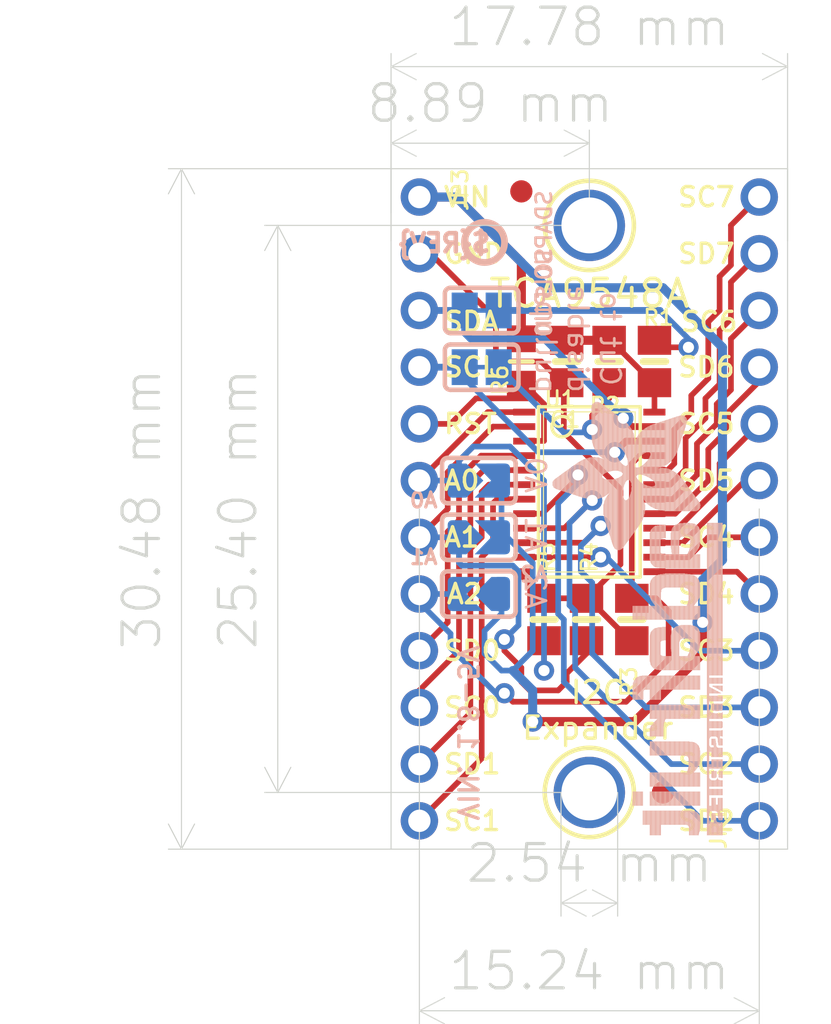
<source format=kicad_pcb>
(kicad_pcb (version 20221018) (generator pcbnew)
  (layers (0 "F.Cu" signal) (31 "B.Cu" signal) (34 "B.Paste" user) (35 "F.Paste" user) (36 "B.SilkS" user "B.Silkscreen") (37 "F.SilkS" user "F.Silkscreen") (38 "B.Mask" user) (39 "F.Mask" user) (44 "Edge.Cuts" user))
  (net 0 "")
  (net 1 "INPUTSDA")
  (net 2 "INPUTSCL")
  (net 3 "VCC")
  (net 4 "N$3")
  (net 5 "N$4")
  (net 6 "RESET")
  (net 7 "A2")
  (net 8 "A1")
  (net 9 "A0")
  (net 10 "GND")
  (net 11 "0SDA")
  (net 12 "0SCL")
  (net 13 "1SDA")
  (net 14 "1SCL")
  (net 15 "2SDA")
  (net 16 "2SCL")
  (net 17 "3SDA")
  (net 18 "3SCL")
  (net 19 "4SDA")
  (net 20 "4SCL")
  (net 21 "5SDA")
  (net 22 "5SCL")
  (net 23 "6SDA")
  (net 24 "6SCL")
  (net 25 "7SDA")
  (net 26 "7SCL")
  (footprint "working:_0805MP" (layer "F.Cu") (at 145.4531 98.3996 90)
    (fp_text reference "R6" (at -1.5875 -0.9525 90) (layer "F.SilkS") (effects (font (size 0.692831 0.692831) (thickness 0.119969)) (justify left)))
    (fp_text value "10K")
    (pad "1" smd rect (at -1.016 0 90) (size 1.2 1.3) (layers "F.Cu" "F.Paste" "F.Mask") (net 6 "RESET"))
    (pad "2" smd rect (at 1.016 0 90) (size 1.2 1.3) (layers "F.Cu" "F.Paste" "F.Mask") (net 3 "VCC"))
  )
  (footprint "working:0805-NO" (layer "F.Cu") (at 151.4221 98.3996 -90)
    (fp_text reference "R1" (at -1.9685 0.5715) (layer "F.SilkS") (effects (font (size 0.692831 0.692831) (thickness 0.119969)) (justify left)))
    (fp_text value "10K")
    (pad "1" smd rect (at -0.95 0 270) (size 1.3 1.5) (layers "F.Cu" "F.Paste" "F.Mask") (net 5 "N$4"))
    (pad "2" smd rect (at 0.95 0 270) (size 1.3 1.5) (layers "F.Cu" "F.Paste" "F.Mask") (net 3 "VCC"))
  )
  (footprint "working:1X12_ROUND" (layer "F.Cu") (at 156.1211 105.0036 90)
    (fp_text reference "JP1" (at -15.3162 -1.8288 90) (layer "F.SilkS") (effects (font (size 0.692831 0.692831) (thickness 0.119969)) (justify left)))
    (fp_text value "")
    (pad "1" thru_hole circle (at -13.97 0 180) (size 1.6764 1.6764) (drill 1) (layers "*.Cu" "*.Mask") (net 15 "2SDA"))
    (pad "2" thru_hole circle (at -11.43 0 180) (size 1.6764 1.6764) (drill 1) (layers "*.Cu" "*.Mask") (net 16 "2SCL"))
    (pad "3" thru_hole circle (at -8.89 0 180) (size 1.6764 1.6764) (drill 1) (layers "*.Cu" "*.Mask") (net 17 "3SDA"))
    (pad "4" thru_hole circle (at -6.35 0 180) (size 1.6764 1.6764) (drill 1) (layers "*.Cu" "*.Mask") (net 18 "3SCL"))
    (pad "5" thru_hole circle (at -3.81 0 180) (size 1.6764 1.6764) (drill 1) (layers "*.Cu" "*.Mask") (net 19 "4SDA"))
    (pad "6" thru_hole circle (at -1.27 0 180) (size 1.6764 1.6764) (drill 1) (layers "*.Cu" "*.Mask") (net 20 "4SCL"))
    (pad "7" thru_hole circle (at 1.27 0 180) (size 1.6764 1.6764) (drill 1) (layers "*.Cu" "*.Mask") (net 21 "5SDA"))
    (pad "8" thru_hole circle (at 3.81 0 180) (size 1.6764 1.6764) (drill 1) (layers "*.Cu" "*.Mask") (net 22 "5SCL"))
    (pad "9" thru_hole circle (at 6.35 0 180) (size 1.6764 1.6764) (drill 1) (layers "*.Cu" "*.Mask") (net 23 "6SDA"))
    (pad "10" thru_hole circle (at 8.89 0 180) (size 1.6764 1.6764) (drill 1) (layers "*.Cu" "*.Mask") (net 24 "6SCL"))
    (pad "11" thru_hole circle (at 11.43 0 180) (size 1.6764 1.6764) (drill 1) (layers "*.Cu" "*.Mask") (net 25 "7SDA"))
    (pad "12" thru_hole circle (at 13.97 0 180) (size 1.6764 1.6764) (drill 1) (layers "*.Cu" "*.Mask") (net 26 "7SCL"))
  )
  (footprint "working:TSSOP24" (layer "F.Cu") (at 148.5011 104.2416 -90)
    (fp_text reference "U1" (at -4.1656 2.0828) (layer "F.SilkS") (effects (font (size 0.692831 0.692831) (thickness 0.119969)) (justify left)))
    (fp_text value " TCA9548APWR")
    (pad "1" smd rect (at -3.575 2.9178 270) (size 0.3048 0.9906) (layers "F.Cu" "F.Paste" "F.Mask") (net 9 "A0"))
    (pad "2" smd rect (at -2.925 2.9178 270) (size 0.3048 0.9906) (layers "F.Cu" "F.Paste" "F.Mask") (net 8 "A1"))
    (pad "3" smd rect (at -2.275 2.9178 270) (size 0.3048 0.9906) (layers "F.Cu" "F.Paste" "F.Mask") (net 6 "RESET"))
    (pad "4" smd rect (at -1.625 2.9178 270) (size 0.3048 0.9906) (layers "F.Cu" "F.Paste" "F.Mask") (net 11 "0SDA"))
    (pad "5" smd rect (at -0.975 2.9178 270) (size 0.3048 0.9906) (layers "F.Cu" "F.Paste" "F.Mask") (net 12 "0SCL"))
    (pad "6" smd rect (at -0.325 2.9178 270) (size 0.3048 0.9906) (layers "F.Cu" "F.Paste" "F.Mask") (net 13 "1SDA"))
    (pad "7" smd rect (at 0.325 2.9178 270) (size 0.3048 0.9906) (layers "F.Cu" "F.Paste" "F.Mask") (net 14 "1SCL"))
    (pad "8" smd rect (at 0.975 2.9178 270) (size 0.3048 0.9906) (layers "F.Cu" "F.Paste" "F.Mask") (net 15 "2SDA"))
    (pad "9" smd rect (at 1.625 2.9178 270) (size 0.3048 0.9906) (layers "F.Cu" "F.Paste" "F.Mask") (net 16 "2SCL"))
    (pad "10" smd rect (at 2.275 2.9178 270) (size 0.3048 0.9906) (layers "F.Cu" "F.Paste" "F.Mask") (net 17 "3SDA"))
    (pad "11" smd rect (at 2.925 2.9178 270) (size 0.3048 0.9906) (layers "F.Cu" "F.Paste" "F.Mask") (net 18 "3SCL"))
    (pad "12" smd rect (at 3.575 2.9178 270) (size 0.3048 0.9906) (layers "F.Cu" "F.Paste" "F.Mask") (net 10 "GND"))
    (pad "13" smd rect (at 3.575 -2.9178 270) (size 0.3048 0.9906) (layers "F.Cu" "F.Paste" "F.Mask") (net 19 "4SDA"))
    (pad "14" smd rect (at 2.925 -2.9178 270) (size 0.3048 0.9906) (layers "F.Cu" "F.Paste" "F.Mask") (net 20 "4SCL"))
    (pad "15" smd rect (at 2.275 -2.9178 270) (size 0.3048 0.9906) (layers "F.Cu" "F.Paste" "F.Mask") (net 21 "5SDA"))
    (pad "16" smd rect (at 1.625 -2.9178 270) (size 0.3048 0.9906) (layers "F.Cu" "F.Paste" "F.Mask") (net 22 "5SCL"))
    (pad "17" smd rect (at 0.975 -2.9178 270) (size 0.3048 0.9906) (layers "F.Cu" "F.Paste" "F.Mask") (net 23 "6SDA"))
    (pad "18" smd rect (at 0.325 -2.9178 270) (size 0.3048 0.9906) (layers "F.Cu" "F.Paste" "F.Mask") (net 24 "6SCL"))
    (pad "19" smd rect (at -0.325 -2.9178 270) (size 0.3048 0.9906) (layers "F.Cu" "F.Paste" "F.Mask") (net 25 "7SDA"))
    (pad "20" smd rect (at -0.975 -2.9178 270) (size 0.3048 0.9906) (layers "F.Cu" "F.Paste" "F.Mask") (net 26 "7SCL"))
    (pad "21" smd rect (at -1.625 -2.9178 270) (size 0.3048 0.9906) (layers "F.Cu" "F.Paste" "F.Mask") (net 7 "A2"))
    (pad "22" smd rect (at -2.275 -2.9178 270) (size 0.3048 0.9906) (layers "F.Cu" "F.Paste" "F.Mask") (net 2 "INPUTSCL"))
    (pad "23" smd rect (at -2.925 -2.9178 270) (size 0.3048 0.9906) (layers "F.Cu" "F.Paste" "F.Mask") (net 1 "INPUTSDA"))
    (pad "24" smd rect (at -3.575 -2.9178 270) (size 0.3048 0.9906) (layers "F.Cu" "F.Paste" "F.Mask") (net 3 "VCC"))
  )
  (footprint "working:0805-NO" (layer "F.Cu") (at 149.3901 98.3996 90)
    (fp_text reference "R2" (at -1.9685 0.5715) (layer "F.SilkS") (effects (font (size 0.692831 0.692831) (thickness 0.119969)) (justify right)))
    (fp_text value "10K")
    (pad "1" smd rect (at -0.95 0 90) (size 1.3 1.5) (layers "F.Cu" "F.Paste" "F.Mask") (net 4 "N$3"))
    (pad "2" smd rect (at 0.95 0 90) (size 1.3 1.5) (layers "F.Cu" "F.Paste" "F.Mask") (net 3 "VCC"))
  )
  (footprint "working:0805-NO" (layer "F.Cu") (at 148.3741 109.9566 90)
    (fp_text reference "R4" (at 2.032 0.127 90) (layer "F.SilkS") (effects (font (size 0.692831 0.692831) (thickness 0.119969)) (justify left)))
    (fp_text value "10K")
    (pad "1" smd rect (at -0.95 0 90) (size 1.3 1.5) (layers "F.Cu" "F.Paste" "F.Mask") (net 8 "A1"))
    (pad "2" smd rect (at 0.95 0 90) (size 1.3 1.5) (layers "F.Cu" "F.Paste" "F.Mask") (net 10 "GND"))
  )
  (footprint "working:MOUNTINGHOLE_2.5_PLATED" (layer "F.Cu") (at 148.5011 92.3036)
    (fp_text reference "U$5" hide)
    (fp_text value "MOUNTINGHOLE2.5" hide)
    (pad "P$1" thru_hole circle (at 0 0) (size 3.2 3.2) (drill 2.5) (layers "*.Cu" "*.Mask"))
  )
  (footprint "working:1X12_ROUND" (layer "F.Cu") (at 140.8811 105.0036 -90)
    (fp_text reference "JP3" (at -15.3162 -1.8288 90) (layer "F.SilkS") (effects (font (size 0.692831 0.692831) (thickness 0.119969)) (justify right)))
    (fp_text value "")
    (pad "1" thru_hole circle (at -13.97 0) (size 1.6764 1.6764) (drill 1) (layers "*.Cu" "*.Mask") (net 3 "VCC"))
    (pad "2" thru_hole circle (at -11.43 0) (size 1.6764 1.6764) (drill 1) (layers "*.Cu" "*.Mask") (net 10 "GND"))
    (pad "3" thru_hole circle (at -8.89 0) (size 1.6764 1.6764) (drill 1) (layers "*.Cu" "*.Mask") (net 1 "INPUTSDA"))
    (pad "4" thru_hole circle (at -6.35 0) (size 1.6764 1.6764) (drill 1) (layers "*.Cu" "*.Mask") (net 2 "INPUTSCL"))
    (pad "5" thru_hole circle (at -3.81 0) (size 1.6764 1.6764) (drill 1) (layers "*.Cu" "*.Mask") (net 6 "RESET"))
    (pad "6" thru_hole circle (at -1.27 0) (size 1.6764 1.6764) (drill 1) (layers "*.Cu" "*.Mask") (net 9 "A0"))
    (pad "7" thru_hole circle (at 1.27 0) (size 1.6764 1.6764) (drill 1) (layers "*.Cu" "*.Mask") (net 8 "A1"))
    (pad "8" thru_hole circle (at 3.81 0) (size 1.6764 1.6764) (drill 1) (layers "*.Cu" "*.Mask") (net 7 "A2"))
    (pad "9" thru_hole circle (at 6.35 0) (size 1.6764 1.6764) (drill 1) (layers "*.Cu" "*.Mask") (net 11 "0SDA"))
    (pad "10" thru_hole circle (at 8.89 0) (size 1.6764 1.6764) (drill 1) (layers "*.Cu" "*.Mask") (net 12 "0SCL"))
    (pad "11" thru_hole circle (at 11.43 0) (size 1.6764 1.6764) (drill 1) (layers "*.Cu" "*.Mask") (net 13 "1SDA"))
    (pad "12" thru_hole circle (at 13.97 0) (size 1.6764 1.6764) (drill 1) (layers "*.Cu" "*.Mask") (net 14 "1SCL"))
  )
  (footprint "working:FIDUCIAL_1MM" (layer "F.Cu") (at 145.4531 90.7796)
    (fp_text reference "FID1" hide)
    (fp_text value "FIDUCIAL\"\"" hide)
    (pad "1" smd roundrect (at 0 0) (size 1 1) (layers "F.Cu" "F.Mask") (roundrect_rratio 0.5))
  )
  (footprint "working:0805-NO" (layer "F.Cu") (at 146.4691 109.9566 90)
    (fp_text reference "R5" (at 2.032 0.127 90) (layer "F.SilkS") (effects (font (size 0.692831 0.692831) (thickness 0.119969)) (justify left)))
    (fp_text value "10K")
    (pad "1" smd rect (at -0.95 0 90) (size 1.3 1.5) (layers "F.Cu" "F.Paste" "F.Mask") (net 9 "A0"))
    (pad "2" smd rect (at 0.95 0 90) (size 1.3 1.5) (layers "F.Cu" "F.Paste" "F.Mask") (net 10 "GND"))
  )
  (footprint "working:FIDUCIAL_1MM" (layer "F.Cu") (at 151.8031 117.7036)
    (fp_text reference "FID3" hide)
    (fp_text value "FIDUCIAL\"\"" hide)
    (pad "1" smd roundrect (at 0 0) (size 1 1) (layers "F.Cu" "F.Mask") (roundrect_rratio 0.5))
  )
  (footprint "working:MOUNTINGHOLE_2.5_PLATED" (layer "F.Cu") (at 148.5011 117.7036)
    (fp_text reference "U$4" hide)
    (fp_text value "MOUNTINGHOLE2.5" hide)
    (pad "P$1" thru_hole circle (at 0 0) (size 3.2 3.2) (drill 2.5) (layers "*.Cu" "*.Mask"))
  )
  (footprint "working:0805-NO" (layer "F.Cu") (at 150.4061 109.9566 -90)
    (fp_text reference "R3" (at 2.032 0.127 90) (layer "F.SilkS") (effects (font (size 0.692831 0.692831) (thickness 0.119969)) (justify right)))
    (fp_text value "10K")
    (pad "1" smd rect (at -0.95 0 270) (size 1.3 1.5) (layers "F.Cu" "F.Paste" "F.Mask") (net 7 "A2"))
    (pad "2" smd rect (at 0.95 0 270) (size 1.3 1.5) (layers "F.Cu" "F.Paste" "F.Mask") (net 10 "GND"))
  )
  (footprint "working:0805-NO" (layer "F.Cu") (at 147.4851 98.3996 -90)
    (fp_text reference "C1" (at 2.6035 0.8255) (layer "F.SilkS") (effects (font (size 0.692831 0.692831) (thickness 0.119969)) (justify left)))
    (fp_text value "10uF")
    (pad "1" smd rect (at -0.95 0 270) (size 1.3 1.5) (layers "F.Cu" "F.Paste" "F.Mask") (net 3 "VCC"))
    (pad "2" smd rect (at 0.95 0 270) (size 1.3 1.5) (layers "F.Cu" "F.Paste" "F.Mask") (net 10 "GND"))
  )
  (footprint "working:SOLDERJUMPER_ARROW_NOPASTE" (layer "B.Cu") (at 143.5481 106.2736)
    (fp_text reference "A1" (at -1.778 1.27 180) (layer "B.SilkS") (effects (font (size 0.666496 0.666496) (thickness 0.146304)) (justify left bottom mirror)))
    (fp_text value "")
    (fp_poly (pts (xy 0.201021 0) (xy -0.560979 -0.762) (xy -1.1684 -0.762) (xy -1.1684 0.762) (xy -0.560979 0.762)) (fill solid) (layer "B.Cu"))
    (fp_poly (pts (xy 1.1684 -0.762) (xy -0.186831 -0.762) (xy 0.548892 0) (xy -0.186831 0.762) (xy 1.1684 0.762)) (fill solid) (layer "B.Cu"))
    (pad "1" smd roundrect (at -1.016 0) (size 0.762 1.524) (layers "B.Cu") (net 8 "A1"))
    (pad "2" smd roundrect (at 1.016 0) (size 0.762 1.524) (layers "B.Cu") (net 3 "VCC"))
  )
  (footprint "working:SOLDERJUMPER_CLOSEDWIRE" (layer "B.Cu") (at 143.6751 98.6536)
    (fp_text reference "SCLPU0" (at 2.794 -1.27 -90) (layer "B.SilkS") (effects (font (size 0.692831 0.692831) (thickness 0.119969)) (justify right mirror)))
    (fp_text value "")
    (pad "1" smd rect (at -0.762 0) (size 1.1684 1.6002) (layers "B.Cu" "B.Mask") (net 2 "INPUTSCL"))
    (pad "2" smd rect (at 0.762 0) (size 1.1684 1.6002) (layers "B.Cu" "B.Mask") (net 4 "N$3"))
    (pad "WIRE" smd rect (at 0 0) (size 0.635 0.2032) (layers "B.Cu" "B.Mask"))
  )
  (footprint "working:SOLDERJUMPER_ARROW_NOPASTE" (layer "B.Cu") (at 143.5481 108.8136 180)
    (fp_text reference "A2" (at -1.778 1.27) (layer "B.SilkS") (effects (font (size 0.666496 0.666496) (thickness 0.146304)) (justify right top mirror)))
    (fp_text value "")
    (fp_poly (pts (xy 0.201021 0) (xy -0.560979 -0.762) (xy -1.1684 -0.762) (xy -1.1684 0.762) (xy -0.560979 0.762)) (fill solid) (layer "B.Cu"))
    (fp_poly (pts (xy 1.1684 -0.762) (xy -0.186831 -0.762) (xy 0.548892 0) (xy -0.186831 0.762) (xy 1.1684 0.762)) (fill solid) (layer "B.Cu"))
    (pad "1" smd roundrect (at -1.016 0 180) (size 0.762 1.524) (layers "B.Cu") (net 3 "VCC"))
    (pad "2" smd roundrect (at 1.016 0 180) (size 0.762 1.524) (layers "B.Cu") (net 7 "A2"))
  )
  (footprint "working:PCBFEAT-REV-040" (layer "B.Cu") (at 143.8021 93.0656 180)
    (fp_text reference "U$6" hide)
    (fp_text value "" hide)
    (fp_text user "${REV}" (at -0.3556 -0.508) (layer "B.SilkS") (effects (font (size 0.8128 0.8128) (thickness 0.2032)) (justify left bottom mirror)))
  )
  (footprint "working:SOLDERJUMPER_ARROW_NOPASTE" (layer "B.Cu") (at 143.5481 103.7336)
    (fp_text reference "A0" (at -1.778 1.27 180) (layer "B.SilkS") (effects (font (size 0.666496 0.666496) (thickness 0.146304)) (justify left bottom mirror)))
    (fp_text value "")
    (fp_poly (pts (xy 0.201021 0) (xy -0.560979 -0.762) (xy -1.1684 -0.762) (xy -1.1684 0.762) (xy -0.560979 0.762)) (fill solid) (layer "B.Cu"))
    (fp_poly (pts (xy 1.1684 -0.762) (xy -0.186831 -0.762) (xy 0.548892 0) (xy -0.186831 0.762) (xy 1.1684 0.762)) (fill solid) (layer "B.Cu"))
    (pad "1" smd roundrect (at -1.016 0) (size 0.762 1.524) (layers "B.Cu") (net 9 "A0"))
    (pad "2" smd roundrect (at 1.016 0) (size 0.762 1.524) (layers "B.Cu") (net 3 "VCC"))
  )
  (footprint "working:SOLDERJUMPER_CLOSEDWIRE" (layer "B.Cu") (at 143.6751 96.1136)
    (fp_text reference "SDAPU0" (at 2.794 -1.27 -90) (layer "B.SilkS") (effects (font (size 0.692831 0.692831) (thickness 0.119969)) (justify right mirror)))
    (fp_text value "")
    (pad "1" smd rect (at -0.762 0) (size 1.1684 1.6002) (layers "B.Cu" "B.Mask") (net 1 "INPUTSDA"))
    (pad "2" smd rect (at 0.762 0) (size 1.1684 1.6002) (layers "B.Cu" "B.Mask") (net 5 "N$4"))
    (pad "WIRE" smd rect (at 0 0) (size 0.635 0.2032) (layers "B.Cu" "B.Mask"))
  )
  (footprint "working:ADAFRUIT_TEXT_20MM" (layer "B.Cu") (at 154.4701 100.0506 -90)
    (fp_text reference "U$7" hide)
    (fp_text value "" hide)
  )
  (gr_line (start 157.3911 120.2436) (end 139.6111 120.2436) (stroke (width 0.05)) (layer "Edge.Cuts"))
  (gr_line (start 139.6111 120.2436) (end 139.6111 89.7636) (stroke (width 0.05)) (layer "Edge.Cuts"))
  (gr_line (start 157.3911 89.7636) (end 157.3911 120.2436) (stroke (width 0.05)) (layer "Edge.Cuts"))
  (gr_line (start 139.6111 89.7636) (end 157.3911 89.7636) (stroke (width 0.05)) (layer "Edge.Cuts"))
  (gr_text "A0" (at 146.5961 102.5906 -90) (layer "B.SilkS") (effects (font (size 0.89408 0.89408) (thickness 0.12192)) (justify right top mirror)))
  (gr_text "Cut to\ndisable\npullups" (at 147.9931 97.3836 -90) (layer "B.SilkS") (effects (font (size 0.89408 0.89408) (thickness 0.12192)) (justify mirror)))
  (gr_text "A2" (at 146.5961 107.7976 -90) (layer "B.SilkS") (effects (font (size 0.89408 0.89408) (thickness 0.12192)) (justify right top mirror)))
  (gr_text "A1" (at 146.5961 105.2576 -90) (layer "B.SilkS") (effects (font (size 0.89408 0.89408) (thickness 0.12192)) (justify right top mirror)))
  (gr_text "VIN: 1.8-5V" (at 143.0401 115.0366 -90) (layer "B.SilkS") (effects (font (size 0.8636 0.8636) (thickness 0.1524)) (justify mirror)))
  (gr_text "A1" (at 141.8971 106.2736) (layer "F.SilkS") (effects (font (size 0.8636 0.8636) (thickness 0.1524)) (justify left)))
  (gr_text "GND" (at 141.8971 93.5736) (layer "F.SilkS") (effects (font (size 0.8636 0.8636) (thickness 0.1524)) (justify left)))
  (gr_text "SD4" (at 155.1051 108.8136) (layer "F.SilkS") (effects (font (size 0.8636 0.8636) (thickness 0.1524)) (justify right)))
  (gr_text "SC7" (at 155.1051 91.0336) (layer "F.SilkS") (effects (font (size 0.8636 0.8636) (thickness 0.1524)) (justify right)))
  (gr_text "SD7" (at 155.1051 93.5736) (layer "F.SilkS") (effects (font (size 0.8636 0.8636) (thickness 0.1524)) (justify right)))
  (gr_text "I2C\nExpander" (at 148.8821 114.0206) (layer "F.SilkS") (effects (font (size 0.99441 0.99441) (thickness 0.14859))))
  (gr_text "SD1" (at 141.8971 116.4336) (layer "F.SilkS") (effects (font (size 0.8636 0.8636) (thickness 0.1524)) (justify left)))
  (gr_text "SD5" (at 155.1051 103.7336) (layer "F.SilkS") (effects (font (size 0.8636 0.8636) (thickness 0.1524)) (justify right)))
  (gr_text "SC4" (at 155.1051 106.2736) (layer "F.SilkS") (effects (font (size 0.8636 0.8636) (thickness 0.1524)) (justify right)))
  (gr_text "SD6" (at 155.1051 98.6536) (layer "F.SilkS") (effects (font (size 0.8636 0.8636) (thickness 0.1524)) (justify right)))
  (gr_text "SD3" (at 155.1051 113.8936) (layer "F.SilkS") (effects (font (size 0.8636 0.8636) (thickness 0.1524)) (justify right)))
  (gr_text "SC3" (at 155.1051 111.3536) (layer "F.SilkS") (effects (font (size 0.8636 0.8636) (thickness 0.1524)) (justify right)))
  (gr_text "RST" (at 141.8971 101.1936) (layer "F.SilkS") (effects (font (size 0.8636 0.8636) (thickness 0.1524)) (justify left)))
  (gr_text "A2" (at 142.0241 108.8136) (layer "F.SilkS") (effects (font (size 0.8636 0.8636) (thickness 0.1524)) (justify left)))
  (gr_text "SCL" (at 141.8971 98.6536) (layer "F.SilkS") (effects (font (size 0.8636 0.8636) (thickness 0.1524)) (justify left)))
  (gr_text "SC5" (at 155.1051 101.1936) (layer "F.SilkS") (effects (font (size 0.8636 0.8636) (thickness 0.1524)) (justify right)))
  (gr_text "SC6" (at 155.2321 96.6216) (layer "F.SilkS") (effects (font (size 0.8636 0.8636) (thickness 0.1524)) (justify right)))
  (gr_text "TCA9548A" (at 148.5011 95.3516) (layer "F.SilkS") (effects (font (size 1.22936 1.22936) (thickness 0.16764))))
  (gr_text "SDA" (at 141.8971 96.6216) (layer "F.SilkS") (effects (font (size 0.8636 0.8636) (thickness 0.1524)) (justify left)))
  (gr_text "VIN" (at 141.8971 91.0336) (layer "F.SilkS") (effects (font (size 0.8636 0.8636) (thickness 0.1524)) (justify left)))
  (gr_text "SD0" (at 141.8971 111.3536) (layer "F.SilkS") (effects (font (size 0.8636 0.8636) (thickness 0.1524)) (justify left)))
  (gr_text "SC2" (at 155.1051 116.4336) (layer "F.SilkS") (effects (font (size 0.8636 0.8636) (thickness 0.1524)) (justify right)))
  (gr_text "SC1" (at 141.8971 118.9736) (layer "F.SilkS") (effects (font (size 0.8636 0.8636) (thickness 0.1524)) (justify left)))
  (gr_text "A0" (at 141.8971 103.7336) (layer "F.SilkS") (effects (font (size 0.8636 0.8636) (thickness 0.1524)) (justify left)))
  (gr_text "SD2" (at 155.1051 118.9736) (layer "F.SilkS") (effects (font (size 0.8636 0.8636) (thickness 0.1524)) (justify right)))
  (gr_text "SC0" (at 141.8971 113.8936) (layer "F.SilkS") (effects (font (size 0.8636 0.8636) (thickness 0.1524)) (justify left)))
  (dimension (type aligned) (layer "Edge.Cuts") (pts (xy 139.6111 91.7321) (xy 148.5011 91.7321)) (height -3.1115) (gr_text "8.89 mm" (at 144.0561 86.8426) (layer "Edge.Cuts") (effects (font (size 1.63576 1.63576) (thickness 0.14224)))) (format (prefix "") (suffix "") (units 2) (units_format 1) (precision 2)) (style (thickness 0.05) (arrow_length 1.27) (text_position_mode 0) (extension_height 0.58642) (extension_offset 0) keep_text_aligned))
  (dimension (type aligned) (layer "Edge.Cuts") (pts (xy 140.8811 105.0036) (xy 156.1211 105.0036)) (height 22.479) (gr_text "15.24 mm" (at 148.5011 125.7046) (layer "Edge.Cuts") (effects (font (size 1.63576 1.63576) (thickness 0.14224)))) (format (prefix "") (suffix "") (units 2) (units_format 1) (precision 2)) (style (thickness 0.05) (arrow_length 1.27) (text_position_mode 0) (extension_height 0.58642) (extension_offset 0) keep_text_aligned))
  (dimension (type aligned) (layer "Edge.Cuts") (pts (xy 148.5011 117.7036) (xy 148.5011 92.3036)) (height -13.97) (gr_text "25.40 mm" (at 132.7531 105.0036 90) (layer "Edge.Cuts") (effects (font (size 1.63576 1.63576) (thickness 0.14224)))) (format (prefix "") (suffix "") (units 2) (units_format 1) (precision 2)) (style (thickness 0.05) (arrow_length 1.27) (text_position_mode 0) (extension_height 0.58642) (extension_offset 0) keep_text_aligned))
  (dimension (type aligned) (layer "Edge.Cuts") (pts (xy 139.6111 120.2436) (xy 139.6111 89.7636)) (height -9.398) (gr_text "30.48 mm" (at 128.4351 105.0036 90) (layer "Edge.Cuts") (effects (font (size 1.63576 1.63576) (thickness 0.14224)))) (format (prefix "") (suffix "") (units 2) (units_format 1) (precision 2)) (style (thickness 0.05) (arrow_length 1.27) (text_position_mode 0) (extension_height 0.58642) (extension_offset 0) keep_text_aligned))
  (dimension (type aligned) (layer "Edge.Cuts") (pts (xy 139.6111 93.0021) (xy 157.3911 93.0021)) (height -7.8105) (gr_text "17.78 mm" (at 148.5011 83.4136) (layer "Edge.Cuts") (effects (font (size 1.63576 1.63576) (thickness 0.14224)))) (format (prefix "") (suffix "") (units 2) (units_format 1) (precision 2)) (style (thickness 0.05) (arrow_length 1.27) (text_position_mode 0) (extension_height 0.58642) (extension_offset 0) keep_text_aligned))
  (dimension (type aligned) (layer "Edge.Cuts") (pts (xy 147.2311 117.7036) (xy 149.7711 117.7036)) (height 4.953) (gr_text "2.54 mm" (at 148.5011 120.8786) (layer "Edge.Cuts") (effects (font (size 1.63576 1.63576) (thickness 0.14224)))) (format (prefix "") (suffix "") (units 2) (units_format 1) (precision 2)) (style (thickness 0.05) (arrow_length 1.27) (text_position_mode 0) (extension_height 0.58642) (extension_offset 0) keep_text_aligned))
  (segment (start 151.4189 101.3166) (end 150.4021 101.3166) (width 0.3048) (layer "F.Cu") (net 1))
  (segment (start 150.4021 101.3166) (end 150.0251 100.9396) (width 0.3048) (layer "F.Cu") (net 1))
  (via (at 150.0251 100.9396) (size 0.9064) (drill 0.5) (layers "F.Cu" "B.Cu") (net 1))
  (segment (start 142.9131 96.1136) (end 140.8811 96.1136) (width 0.3048) (layer "B.Cu") (net 1))
  (segment (start 142.9131 97.1296) (end 142.9131 96.1136) (width 0.3048) (layer "B.Cu") (net 1))
  (segment (start 146.4691 97.3836) (end 143.1671 97.3836) (width 0.3048) (layer "B.Cu") (net 1))
  (segment (start 150.0251 100.9396) (end 146.4691 97.3836) (width 0.3048) (layer "B.Cu") (net 1))
  (segment (start 143.1671 97.3836) (end 142.9131 97.1296) (width 0.3048) (layer "B.Cu") (net 1))
  (segment (start 151.4189 101.9666) (end 150.1411 101.9666) (width 0.3048) (layer "F.Cu") (net 2))
  (segment (start 150.1411 101.9666) (end 149.6441 102.4636) (width 0.3048) (layer "F.Cu") (net 2))
  (via (at 149.6441 102.4636) (size 0.9064) (drill 0.5) (layers "F.Cu" "B.Cu") (net 2))
  (segment (start 142.9131 98.6536) (end 142.9131 99.1616) (width 0.254) (layer "B.Cu") (net 2))
  (segment (start 142.9131 99.1616) (end 146.2151 102.4636) (width 0.254) (layer "B.Cu") (net 2))
  (segment (start 146.2151 102.4636) (end 149.6441 102.4636) (width 0.254) (layer "B.Cu") (net 2))
  (segment (start 142.9131 98.6536) (end 140.8811 98.6536) (width 0.3048) (layer "B.Cu") (net 2))
  (segment (start 153.5811 111.4806) (end 150.5331 114.5286) (width 0.4064) (layer "F.Cu") (net 3))
  (segment (start 145.4531 97.3836) (end 145.4531 93.9546) (width 0.4064) (layer "F.Cu") (net 3))
  (segment (start 151.4189 100.6666) (end 151.2761 100.6666) (width 0.3048) (layer "F.Cu") (net 3))
  (segment (start 150.5331 114.5286) (end 145.9611 114.5286) (width 0.4064) (layer "F.Cu") (net 3))
  (segment (start 153.5811 110.0836) (end 153.5811 111.4806) (width 0.4064) (layer "F.Cu") (net 3))
  (segment (start 151.3561 99.3496) (end 151.4221 99.3496) (width 0.254) (layer "F.Cu") (net 3))
  (segment (start 147.4191 97.3836) (end 147.4851 97.4496) (width 0.254) (layer "F.Cu") (net 3))
  (segment (start 145.4531 93.9546) (end 142.5321 91.0336) (width 0.4064) (layer "F.Cu") (net 3))
  (segment (start 149.3901 97.4496) (end 149.4561 97.4496) (width 0.254) (layer "F.Cu") (net 3))
  (segment (start 151.4189 99.3528) (end 151.4221 99.3496) (width 0.254) (layer "F.Cu") (net 3))
  (segment (start 145.4531 97.3836) (end 147.4191 97.3836) (width 0.4064) (layer "F.Cu") (net 3))
  (segment (start 151.4221 100.6634) (end 151.4221 99.3496) (width 0.254) (layer "F.Cu") (net 3))
  (segment (start 151.4189 100.6666) (end 151.4221 100.6634) (width 0.254) (layer "F.Cu") (net 3))
  (segment (start 149.3901 97.4496) (end 147.4851 97.4496) (width 0.4064) (layer "F.Cu") (net 3))
  (segment (start 149.4561 97.4496) (end 151.3561 99.3496) (width 0.254) (layer "F.Cu") (net 3))
  (segment (start 142.5321 91.0336) (end 140.8811 91.0336) (width 0.4064) (layer "F.Cu") (net 3))
  (via (at 153.5811 110.0836) (size 0.9064) (drill 0.5) (layers "F.Cu" "B.Cu") (net 3))
  (via (at 145.9611 114.5286) (size 0.9064) (drill 0.5) (layers "F.Cu" "B.Cu") (net 3))
  (segment (start 145.9611 107.4166) (end 145.9611 111.3536) (width 0.254) (layer "B.Cu") (net 3))
  (segment (start 143.8021 110.4646) (end 143.8021 111.4806) (width 0.254) (layer "B.Cu") (net 3))
  (segment (start 146.5961 95.0976) (end 151.8031 95.0976) (width 0.4064) (layer "B.Cu") (net 3))
  (segment (start 154.4701 97.7646) (end 154.4701 107.2896) (width 0.4064) (layer "B.Cu") (net 3))
  (segment (start 145.9611 113.1316) (end 145.9611 114.5286) (width 0.4064) (layer "B.Cu") (net 3))
  (segment (start 142.5321 91.0336) (end 146.5961 95.0976) (width 0.4064) (layer "B.Cu") (net 3))
  (segment (start 144.5641 112.2426) (end 145.0721 112.2426) (width 0.254) (layer "B.Cu") (net 3))
  (segment (start 144.5641 103.7336) (end 144.5641 106.2736) (width 0.254) (layer "B.Cu") (net 3))
  (segment (start 153.5811 108.1786) (end 153.5811 110.0836) (width 0.4064) (layer "B.Cu") (net 3))
  (segment (start 140.8811 91.0336) (end 142.5321 91.0336) (width 0.4064) (layer "B.Cu") (net 3))
  (segment (start 145.9611 114.5286) (end 145.9611 114.6556) (width 0.254) (layer "B.Cu") (net 3))
  (segment (start 144.5641 109.7026) (end 143.8021 110.4646) (width 0.254) (layer "B.Cu") (net 3))
  (segment (start 143.8021 111.4806) (end 144.5641 112.2426) (width 0.254) (layer "B.Cu") (net 3))
  (segment (start 144.5641 106.2736) (end 144.8181 106.2736) (width 0.254) (layer "B.Cu") (net 3))
  (segment (start 151.8031 95.0976) (end 154.4701 97.7646) (width 0.4064) (layer "B.Cu") (net 3))
  (segment (start 145.0721 112.2426) (end 145.9611 113.1316) (width 0.4064) (layer "B.Cu") (net 3))
  (segment (start 144.5641 108.8136) (end 144.5641 109.7026) (width 0.254) (layer "B.Cu") (net 3))
  (segment (start 144.8181 106.2736) (end 145.9611 107.4166) (width 0.254) (layer "B.Cu") (net 3))
  (segment (start 145.9611 111.3536) (end 145.0721 112.2426) (width 0.254) (layer "B.Cu") (net 3))
  (segment (start 154.4701 107.2896) (end 153.5811 108.1786) (width 0.4064) (layer "B.Cu") (net 3))
  (segment (start 149.3901 99.3496) (end 149.3901 100.0506) (width 0.254) (layer "F.Cu") (net 4))
  (segment (start 149.3901 100.0506) (end 148.6281 100.8126) (width 0.254) (layer "F.Cu") (net 4))
  (segment (start 148.6281 100.8126) (end 148.6281 101.4476) (width 0.254) (layer "F.Cu") (net 4))
  (via (at 148.6281 101.4476) (size 0.9064) (drill 0.5) (layers "F.Cu" "B.Cu") (net 4))
  (segment (start 144.4371 98.6536) (end 147.3581 101.5746) (width 0.254) (layer "B.Cu") (net 4))
  (segment (start 148.5011 101.5746) (end 148.6281 101.4476) (width 0.254) (layer "B.Cu") (net 4))
  (segment (start 147.3581 101.5746) (end 148.5011 101.5746) (width 0.254) (layer "B.Cu") (net 4))
  (segment (start 151.4221 97.4496) (end 151.7371 97.7646) (width 0.254) (layer "F.Cu") (net 5))
  (segment (start 151.7371 97.7646) (end 152.9461 97.7646) (width 0.254) (layer "F.Cu") (net 5))
  (via (at 152.9461 97.7646) (size 0.9064) (drill 0.5) (layers "F.Cu" "B.Cu") (net 5))
  (segment (start 151.6761 96.1136) (end 152.9461 97.3836) (width 0.254) (layer "B.Cu") (net 5))
  (segment (start 152.9461 97.3836) (end 152.9461 97.7646) (width 0.254) (layer "B.Cu") (net 5))
  (segment (start 144.4371 96.1136) (end 151.6761 96.1136) (width 0.3048) (layer "B.Cu") (net 5))
  (segment (start 146.4691 101.9556) (end 145.5943 101.9556) (width 0.254) (layer "F.Cu") (net 6))
  (segment (start 140.8811 101.1936) (end 142.2781 101.1936) (width 0.254) (layer "F.Cu") (net 6))
  (segment (start 146.4691 100.3046) (end 146.4691 101.9556) (width 0.254) (layer "F.Cu") (net 6))
  (segment (start 146.2151 100.0506) (end 146.4691 100.3046) (width 0.254) (layer "F.Cu") (net 6))
  (segment (start 145.5943 101.9556) (end 145.5833 101.9666) (width 0.254) (layer "F.Cu") (net 6))
  (segment (start 143.4211 100.0506) (end 146.2151 100.0506) (width 0.254) (layer "F.Cu") (net 6))
  (segment (start 146.2151 100.0506) (end 145.6411 99.4766) (width 0.254) (layer "F.Cu") (net 6))
  (segment (start 142.2781 101.1936) (end 143.4211 100.0506) (width 0.254) (layer "F.Cu") (net 6))
  (segment (start 145.6411 99.4766) (end 145.5141 99.4766) (width 0.254) (layer "F.Cu") (net 6))
  (segment (start 145.5141 99.4766) (end 145.4531 99.4156) (width 0.254) (layer "F.Cu") (net 6))
  (segment (start 150.4061 109.0066) (end 151.4881 109.0066) (width 0.254) (layer "F.Cu") (net 7))
  (segment (start 150.7611 102.6166) (end 150.4061 102.9716) (width 0.254) (layer "F.Cu") (net 7))
  (segment (start 145.0721 113.6396) (end 144.6911 113.2586) (width 0.254) (layer "F.Cu") (net 7))
  (segment (start 152.0571 109.5756) (end 152.0571 111.7346) (width 0.254) (layer "F.Cu") (net 7))
  (segment (start 150.4061 102.9716) (end 150.4061 109.0066) (width 0.254) (layer "F.Cu") (net 7))
  (segment (start 151.4881 109.0066) (end 152.0571 109.5756) (width 0.254) (layer "F.Cu") (net 7))
  (segment (start 151.4189 102.6166) (end 150.7611 102.6166) (width 0.254) (layer "F.Cu") (net 7))
  (segment (start 150.1521 113.6396) (end 145.0721 113.6396) (width 0.254) (layer "F.Cu") (net 7))
  (segment (start 152.0571 111.7346) (end 150.1521 113.6396) (width 0.254) (layer "F.Cu") (net 7))
  (via (at 144.6911 113.2586) (size 0.9064) (drill 0.5) (layers "F.Cu" "B.Cu") (net 7))
  (segment (start 144.3101 113.2586) (end 144.6911 113.2586) (width 0.254) (layer "B.Cu") (net 7))
  (segment (start 142.2781 110.5916) (end 142.2781 111.2266) (width 0.254) (layer "B.Cu") (net 7))
  (segment (start 140.8811 109.1946) (end 142.2781 110.5916) (width 0.254) (layer "B.Cu") (net 7))
  (segment (start 140.8811 108.8136) (end 140.8811 109.1946) (width 0.254) (layer "B.Cu") (net 7))
  (segment (start 142.2781 111.2266) (end 144.3101 113.2586) (width 0.254) (layer "B.Cu") (net 7))
  (segment (start 142.5321 108.8136) (end 140.8811 108.8136) (width 0.254) (layer "B.Cu") (net 7))
  (segment (start 147.1041 113.1316) (end 145.8341 113.1316) (width 0.254) (layer "F.Cu") (net 8))
  (segment (start 142.1511 103.3526) (end 142.1511 105.0036) (width 0.254) (layer "F.Cu") (net 8))
  (segment (start 148.3741 111.4806) (end 147.4851 112.3696) (width 0.254) (layer "F.Cu") (net 8))
  (segment (start 145.4531 112.1156) (end 144.6911 111.3536) (width 0.254) (layer "F.Cu") (net 8))
  (segment (start 145.8341 113.1316) (end 145.4531 112.7506) (width 0.254) (layer "F.Cu") (net 8))
  (segment (start 147.4851 112.7506) (end 147.1041 113.1316) (width 0.254) (layer "F.Cu") (net 8))
  (segment (start 144.1871 101.3166) (end 142.1511 103.3526) (width 0.254) (layer "F.Cu") (net 8))
  (segment (start 142.1511 105.0036) (end 140.8811 106.2736) (width 0.254) (layer "F.Cu") (net 8))
  (segment (start 148.3741 110.9066) (end 148.3741 111.4806) (width 0.254) (layer "F.Cu") (net 8))
  (segment (start 147.4851 112.3696) (end 147.4851 112.7506) (width 0.254) (layer "F.Cu") (net 8))
  (segment (start 145.5833 101.3166) (end 144.1871 101.3166) (width 0.254) (layer "F.Cu") (net 8))
  (segment (start 145.4531 112.7506) (end 145.4531 112.1156) (width 0.254) (layer "F.Cu") (net 8))
  (segment (start 144.6911 111.3536) (end 144.6911 110.8456) (width 0.254) (layer "F.Cu") (net 8))
  (via (at 144.6911 110.8456) (size 0.9064) (drill 0.5) (layers "F.Cu" "B.Cu") (net 8))
  (segment (start 145.0721 107.5436) (end 142.7861 107.5436) (width 0.254) (layer "B.Cu") (net 8))
  (segment (start 142.6591 106.4006) (end 142.5321 106.2736) (width 0.254) (layer "B.Cu") (net 8))
  (segment (start 145.3261 110.2106) (end 145.3261 107.7976) (width 0.254) (layer "B.Cu") (net 8))
  (segment (start 142.7861 107.5436) (end 142.6591 107.4166) (width 0.254) (layer "B.Cu") (net 8))
  (segment (start 142.5321 106.2736) (end 140.8811 106.2736) (width 0.254) (layer "B.Cu") (net 8))
  (segment (start 144.6911 110.8456) (end 145.3261 110.2106) (width 0.254) (layer "B.Cu") (net 8))
  (segment (start 142.6591 107.4166) (end 142.6591 106.4006) (width 0.254) (layer "B.Cu") (net 8))
  (segment (start 145.3261 107.7976) (end 145.0721 107.5436) (width 0.254) (layer "B.Cu") (net 8))
  (segment (start 146.4691 110.9066) (end 146.4691 112.2426) (width 0.254) (layer "F.Cu") (net 9))
  (segment (start 143.9481 100.6666) (end 140.8811 103.7336) (width 0.254) (layer "F.Cu") (net 9))
  (segment (start 145.5833 100.6666) (end 143.9481 100.6666) (width 0.254) (layer "F.Cu") (net 9))
  (via (at 146.4691 112.2426) (size 0.9064) (drill 0.5) (layers "F.Cu" "B.Cu") (net 9))
  (segment (start 140.8811 103.7336) (end 142.5321 103.7336) (width 0.254) (layer "B.Cu") (net 9))
  (segment (start 146.4691 112.2426) (end 146.4691 103.7336) (width 0.254) (layer "B.Cu") (net 9))
  (segment (start 142.6591 102.8446) (end 142.6591 103.6066) (width 0.254) (layer "B.Cu") (net 9))
  (segment (start 144.9451 102.2096) (end 143.2941 102.2096) (width 0.254) (layer "B.Cu") (net 9))
  (segment (start 143.2941 102.2096) (end 142.6591 102.8446) (width 0.254) (layer "B.Cu") (net 9))
  (segment (start 142.6591 103.6066) (end 142.5321 103.7336) (width 0.254) (layer "B.Cu") (net 9))
  (segment (start 146.4691 103.7336) (end 144.9451 102.2096) (width 0.254) (layer "B.Cu") (net 9))
  (segment (start 149.8981 104.1146) (end 147.3581 101.5746) (width 0.254) (layer "F.Cu") (net 10))
  (segment (start 141.0081 93.7006) (end 140.8811 93.5736) (width 0.254) (layer "F.Cu") (net 10))
  (segment (start 146.3421 98.3996) (end 144.5641 98.3996) (width 0.254) (layer "F.Cu") (net 10))
  (segment (start 144.3101 98.1456) (end 144.3101 96.4946) (width 0.254) (layer "F.Cu") (net 10))
  (segment (start 145.5833 108.1208) (end 146.4691 109.0066) (width 0.254) (layer "F.Cu") (net 10))
  (segment (start 147.3581 101.5746) (end 147.3581 99.4156) (width 0.254) (layer "F.Cu") (net 10))
  (segment (start 149.8981 107.4826) (end 148.3741 109.0066) (width 0.254) (layer "F.Cu") (net 10))
  (segment (start 149.8981 104.1146) (end 149.8981 107.4826) (width 0.254) (layer "F.Cu") (net 10))
  (segment (start 150.3401 110.9066) (end 150.4061 110.9066) (width 0.254) (layer "F.Cu") (net 10))
  (segment (start 145.5833 107.8166) (end 145.5833 108.1208) (width 0.254) (layer "F.Cu") (net 10))
  (segment (start 146.4691 109.0066) (end 148.3741 109.0066) (width 0.254) (layer "F.Cu") (net 10))
  (segment (start 148.4401 109.0066) (end 150.3401 110.9066) (width 0.254) (layer "F.Cu") (net 10))
  (segment (start 144.5641 98.3996) (end 144.3101 98.1456) (width 0.254) (layer "F.Cu") (net 10))
  (segment (start 144.3101 96.4946) (end 141.5161 93.7006) (width 0.254) (layer "F.Cu") (net 10))
  (segment (start 147.3581 99.4156) (end 147.4191 99.4156) (width 0.254) (layer "F.Cu") (net 10))
  (segment (start 141.5161 93.7006) (end 141.0081 93.7006) (width 0.254) (layer "F.Cu") (net 10))
  (segment (start 147.3581 99.4156) (end 146.3421 98.3996) (width 0.254) (layer "F.Cu") (net 10))
  (segment (start 148.3741 109.0066) (end 148.4401 109.0066) (width 0.254) (layer "F.Cu") (net 10))
  (segment (start 147.4191 99.4156) (end 147.4851 99.3496) (width 0.254) (layer "F.Cu") (net 10))
  (segment (start 143.6491 102.6166) (end 142.6591 103.6066) (width 0.254) (layer "F.Cu") (net 11))
  (segment (start 142.1511 110.0836) (end 140.8811 111.3536) (width 0.254) (layer "F.Cu") (net 11))
  (segment (start 145.5833 102.6166) (end 143.6491 102.6166) (width 0.254) (layer "F.Cu") (net 11))
  (segment (start 142.1511 106.0196) (end 142.1511 110.0836) (width 0.254) (layer "F.Cu") (net 11))
  (segment (start 142.6591 103.6066) (end 142.6591 105.5116) (width 0.254) (layer "F.Cu") (net 11))
  (segment (start 142.6591 105.5116) (end 142.1511 106.0196) (width 0.254) (layer "F.Cu") (net 11))
  (segment (start 143.1671 105.8926) (end 142.6591 106.4006) (width 0.254) (layer "F.Cu") (net 12))
  (segment (start 142.6591 111.3536) (end 140.8811 113.1316) (width 0.254) (layer "F.Cu") (net 12))
  (segment (start 143.7611 103.2666) (end 143.1671 103.8606) (width 0.254) (layer "F.Cu") (net 12))
  (segment (start 142.6591 106.4006) (end 142.6591 111.3536) (width 0.254) (layer "F.Cu") (net 12))
  (segment (start 145.5833 103.2666) (end 143.7611 103.2666) (width 0.254) (layer "F.Cu") (net 12))
  (segment (start 140.8811 113.1316) (end 140.8811 113.8936) (width 0.254) (layer "F.Cu") (net 12))
  (segment (start 143.1671 103.8606) (end 143.1671 105.8926) (width 0.254) (layer "F.Cu") (net 12))
  (segment (start 143.1671 106.7816) (end 143.1671 114.1476) (width 0.254) (layer "F.Cu") (net 13))
  (segment (start 143.6751 104.2416) (end 143.6751 106.2736) (width 0.254) (layer "F.Cu") (net 13))
  (segment (start 144.0001 103.9166) (end 143.6751 104.2416) (width 0.254) (layer "F.Cu") (net 13))
  (segment (start 143.6751 106.2736) (end 143.1671 106.7816) (width 0.254) (layer "F.Cu") (net 13))
  (segment (start 143.1671 114.1476) (end 140.8811 116.4336) (width 0.254) (layer "F.Cu") (net 13))
  (segment (start 145.5833 103.9166) (end 144.0001 103.9166) (width 0.254) (layer "F.Cu") (net 13))
  (segment (start 144.1831 106.6546) (end 143.6751 107.1626) (width 0.254) (layer "F.Cu") (net 14))
  (segment (start 145.5833 104.5666) (end 144.3661 104.5666) (width 0.254) (layer "F.Cu") (net 14))
  (segment (start 144.1831 104.7496) (end 144.1831 106.6546) (width 0.254) (layer "F.Cu") (net 14))
  (segment (start 143.6751 116.1796) (end 140.8811 118.9736) (width 0.254) (layer "F.Cu") (net 14))
  (segment (start 144.3661 104.5666) (end 144.1831 104.7496) (width 0.254) (layer "F.Cu") (net 14))
  (segment (start 143.6751 107.1626) (end 143.6751 116.1796) (width 0.254) (layer "F.Cu") (net 14))
  (segment (start 145.5833 105.2166) (end 146.3831 105.2166) (width 0.254) (layer "F.Cu") (net 15))
  (segment (start 146.3831 105.2166) (end 147.9931 103.6066) (width 0.254) (layer "F.Cu") (net 15))
  (segment (start 147.9931 103.6066) (end 147.9931 103.4796) (width 0.254) (layer "F.Cu") (net 15))
  (via (at 147.9931 103.4796) (size 0.9064) (drill 0.5) (layers "F.Cu" "B.Cu") (net 15))
  (segment (start 147.1041 104.7496) (end 147.1041 109.7026) (width 0.254) (layer "B.Cu") (net 15))
  (segment (start 147.3581 109.9566) (end 147.3581 112.7506) (width 0.254) (layer "B.Cu") (net 15))
  (segment (start 153.5811 118.9736) (end 156.1211 118.9736) (width 0.254) (layer "B.Cu") (net 15))
  (segment (start 147.1041 109.7026) (end 147.3581 109.9566) (width 0.254) (layer "B.Cu") (net 15))
  (segment (start 147.3581 112.7506) (end 153.5811 118.9736) (width 0.254) (layer "B.Cu") (net 15))
  (segment (start 147.9931 103.8606) (end 147.1041 104.7496) (width 0.254) (layer "B.Cu") (net 15))
  (segment (start 147.9931 103.4796) (end 147.9931 103.8606) (width 0.254) (layer "B.Cu") (net 15))
  (segment (start 145.5833 105.8666) (end 147.3841 105.8666) (width 0.254) (layer "F.Cu") (net 16))
  (segment (start 147.3841 105.8666) (end 148.6281 104.6226) (width 0.254) (layer "F.Cu") (net 16))
  (via (at 148.6281 104.6226) (size 0.9064) (drill 0.5) (layers "F.Cu" "B.Cu") (net 16))
  (segment (start 152.1841 116.4336) (end 156.1211 116.4336) (width 0.254) (layer "B.Cu") (net 16))
  (segment (start 147.6121 105.6386) (end 147.6121 109.3216) (width 0.254) (layer "B.Cu") (net 16))
  (segment (start 147.8661 112.1156) (end 152.1841 116.4336) (width 0.254) (layer "B.Cu") (net 16))
  (segment (start 147.6121 109.3216) (end 147.8661 109.5756) (width 0.254) (layer "B.Cu") (net 16))
  (segment (start 147.8661 109.5756) (end 147.8661 112.1156) (width 0.254) (layer "B.Cu") (net 16))
  (segment (start 148.6281 104.6226) (end 147.6121 105.6386) (width 0.254) (layer "B.Cu") (net 16))
  (segment (start 148.2581 106.5166) (end 149.0091 105.7656) (width 0.254) (layer "F.Cu") (net 17))
  (segment (start 145.5833 106.5166) (end 148.2581 106.5166) (width 0.254) (layer "F.Cu") (net 17))
  (via (at 149.0091 105.7656) (size 0.9064) (drill 0.5) (layers "F.Cu" "B.Cu") (net 17))
  (segment (start 148.1201 107.7976) (end 148.6281 108.3056) (width 0.254) (layer "B.Cu") (net 17))
  (segment (start 148.6281 111.4806) (end 151.0411 113.8936) (width 0.254) (layer "B.Cu") (net 17))
  (segment (start 149.0091 105.7656) (end 148.1201 106.6546) (width 0.254) (layer "B.Cu") (net 17))
  (segment (start 148.6281 108.3056) (end 148.6281 111.4806) (width 0.254) (layer "B.Cu") (net 17))
  (segment (start 148.1201 106.6546) (end 148.1201 107.7976) (width 0.254) (layer "B.Cu") (net 17))
  (segment (start 151.0411 113.8936) (end 156.1211 113.8936) (width 0.254) (layer "B.Cu") (net 17))
  (segment (start 145.5833 107.1666) (end 149.0051 107.1666) (width 0.254) (layer "F.Cu") (net 18))
  (segment (start 149.0051 107.1666) (end 149.0091 107.1626) (width 0.254) (layer "F.Cu") (net 18))
  (via (at 149.0091 107.1626) (size 0.9064) (drill 0.5) (layers "F.Cu" "B.Cu") (net 18))
  (segment (start 149.2631 107.1626) (end 153.4541 111.3536) (width 0.254) (layer "B.Cu") (net 18))
  (segment (start 153.4541 111.3536) (end 156.1211 111.3536) (width 0.254) (layer "B.Cu") (net 18))
  (segment (start 149.0091 107.1626) (end 149.2631 107.1626) (width 0.254) (layer "B.Cu") (net 18))
  (segment (start 151.4189 107.8166) (end 155.1241 107.8166) (width 0.254) (layer "F.Cu") (net 19))
  (segment (start 155.1241 107.8166) (end 156.1211 108.8136) (width 0.254) (layer "F.Cu") (net 19))
  (segment (start 152.9421 107.1666) (end 153.8351 106.2736) (width 0.254) (layer "F.Cu") (net 20))
  (segment (start 153.8351 106.2736) (end 156.1211 106.2736) (width 0.254) (layer "F.Cu") (net 20))
  (segment (start 151.4189 107.1666) (end 152.9421 107.1666) (width 0.254) (layer "F.Cu") (net 20))
  (segment (start 151.4189 106.5166) (end 152.7031 106.5166) (width 0.254) (layer "F.Cu") (net 21))
  (segment (start 155.4861 103.7336) (end 156.1211 103.7336) (width 0.254) (layer "F.Cu") (net 21))
  (segment (start 152.7031 106.5166) (end 155.4861 103.7336) (width 0.254) (layer "F.Cu") (net 21))
  (segment (start 154.3431 103.9876) (end 154.3431 102.9716) (width 0.254) (layer "F.Cu") (net 22))
  (segment (start 152.4641 105.8666) (end 154.3431 103.9876) (width 0.254) (layer "F.Cu") (net 22))
  (segment (start 154.3431 102.9716) (end 156.1211 101.1936) (width 0.254) (layer "F.Cu") (net 22))
  (segment (start 151.4189 105.8666) (end 152.4641 105.8666) (width 0.254) (layer "F.Cu") (net 22))
  (segment (start 151.4189 105.2166) (end 152.3521 105.2166) (width 0.254) (layer "F.Cu") (net 23))
  (segment (start 154.7241 101.4476) (end 154.7241 100.6856) (width 0.254) (layer "F.Cu") (net 23))
  (segment (start 153.8351 102.3366) (end 154.7241 101.4476) (width 0.254) (layer "F.Cu") (net 23))
  (segment (start 152.3521 105.2166) (end 153.8351 103.7336) (width 0.254) (layer "F.Cu") (net 23))
  (segment (start 156.1211 99.2886) (end 156.1211 98.6536) (width 0.254) (layer "F.Cu") (net 23))
  (segment (start 154.7241 100.6856) (end 156.1211 99.2886) (width 0.254) (layer "F.Cu") (net 23))
  (segment (start 153.8351 103.7336) (end 153.8351 102.3366) (width 0.254) (layer "F.Cu") (net 23))
  (segment (start 154.2161 100.3046) (end 154.8511 99.6696) (width 0.254) (layer "F.Cu") (net 24))
  (segment (start 152.2401 104.5666) (end 153.3271 103.4796) (width 0.254) (layer "F.Cu") (net 24))
  (segment (start 154.2161 101.1936) (end 154.2161 100.3046) (width 0.254) (layer "F.Cu") (net 24))
  (segment (start 153.3271 103.4796) (end 153.3271 102.0826) (width 0.254) (layer "F.Cu") (net 24))
  (segment (start 153.3271 102.0826) (end 154.2161 101.1936) (width 0.254) (layer "F.Cu") (net 24))
  (segment (start 154.8511 99.6696) (end 154.8511 97.3836) (width 0.254) (layer "F.Cu") (net 24))
  (segment (start 151.4189 104.5666) (end 152.2401 104.5666) (width 0.254) (layer "F.Cu") (net 24))
  (segment (start 154.8511 97.3836) (end 156.1211 96.1136) (width 0.254) (layer "F.Cu") (net 24))
  (segment (start 153.7081 100.0506) (end 154.3431 99.4156) (width 0.254) (layer "F.Cu") (net 25))
  (segment (start 151.4189 103.9166) (end 152.1281 103.9166) (width 0.254) (layer "F.Cu") (net 25))
  (segment (start 154.8511 96.4946) (end 154.8511 94.8436) (width 0.254) (layer "F.Cu") (net 25))
  (segment (start 154.8511 94.8436) (end 156.1211 93.5736) (width 0.254) (layer "F.Cu") (net 25))
  (segment (start 154.3431 99.4156) (end 154.3431 97.0026) (width 0.254) (layer "F.Cu") (net 25))
  (segment (start 154.3431 97.0026) (end 154.8511 96.4946) (width 0.254) (layer "F.Cu") (net 25))
  (segment (start 152.8191 103.2256) (end 152.8191 101.8286) (width 0.254) (layer "F.Cu") (net 25))
  (segment (start 152.8191 101.8286) (end 153.7081 100.9396) (width 0.254) (layer "F.Cu") (net 25))
  (segment (start 152.1281 103.9166) (end 152.8191 103.2256) (width 0.254) (layer "F.Cu") (net 25))
  (segment (start 153.7081 100.9396) (end 153.7081 100.0506) (width 0.254) (layer "F.Cu") (net 25))
  (segment (start 152.3111 101.4476) (end 153.0731 100.6856) (width 0.254) (layer "F.Cu") (net 26))
  (segment (start 151.4189 103.2666) (end 152.0161 103.2666) (width 0.254) (layer "F.Cu") (net 26))
  (segment (start 154.8511 92.3036) (end 156.1211 91.0336) (width 0.254) (layer "F.Cu") (net 26))
  (segment (start 153.8351 99.1616) (end 153.8351 96.6216) (width 0.254) (layer "F.Cu") (net 26))
  (segment (start 154.8511 94.0816) (end 154.8511 92.3036) (width 0.254) (layer "F.Cu") (net 26))
  (segment (start 153.0731 99.9236) (end 153.8351 99.1616) (width 0.254) (layer "F.Cu") (net 26))
  (segment (start 154.3431 94.5896) (end 154.8511 94.0816) (width 0.254) (layer "F.Cu") (net 26))
  (segment (start 152.0161 103.2666) (end 152.3111 102.9716) (width 0.254) (layer "F.Cu") (net 26))
  (segment (start 152.3111 102.9716) (end 152.3111 101.4476) (width 0.254) (layer "F.Cu") (net 26))
  (segment (start 153.8351 96.6216) (end 154.3431 96.1136) (width 0.254) (layer "F.Cu") (net 26))
  (segment (start 154.3431 96.1136) (end 154.3431 94.5896) (width 0.254) (layer "F.Cu") (net 26))
  (segment (start 153.0731 100.6856) (end 153.0731 99.9236) (width 0.254) (layer "F.Cu") (net 26))
)
</source>
